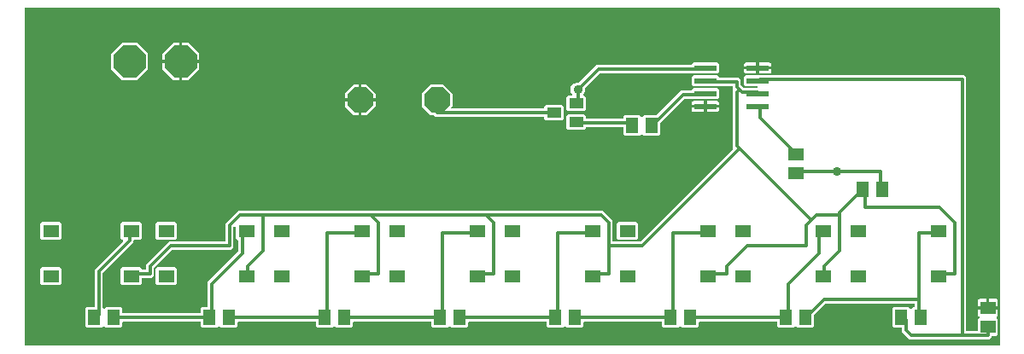
<source format=gtl>
G04 EAGLE Gerber RS-274X export*
G75*
%MOMM*%
%FSLAX34Y34*%
%LPD*%
%INTop Copper*%
%IPPOS*%
%AMOC8*
5,1,8,0,0,1.08239X$1,22.5*%
G01*
%ADD10P,3.409096X8X292.500000*%
%ADD11R,1.500000X1.300000*%
%ADD12R,1.300000X1.500000*%
%ADD13P,2.749271X8X202.500000*%
%ADD14R,1.400000X1.000000*%
%ADD15R,1.550000X1.300000*%
%ADD16R,2.200000X0.600000*%
%ADD17C,0.304800*%
%ADD18C,0.914400*%

G36*
X976398Y10164D02*
X976398Y10164D01*
X976417Y10162D01*
X976519Y10184D01*
X976621Y10200D01*
X976638Y10210D01*
X976658Y10214D01*
X976747Y10267D01*
X976838Y10316D01*
X976852Y10330D01*
X976869Y10340D01*
X976936Y10419D01*
X977008Y10494D01*
X977016Y10512D01*
X977029Y10527D01*
X977068Y10623D01*
X977111Y10717D01*
X977113Y10737D01*
X977121Y10755D01*
X977139Y10922D01*
X977139Y344578D01*
X977136Y344598D01*
X977138Y344617D01*
X977116Y344719D01*
X977100Y344821D01*
X977090Y344838D01*
X977086Y344858D01*
X977033Y344947D01*
X976984Y345038D01*
X976970Y345052D01*
X976960Y345069D01*
X976881Y345136D01*
X976806Y345208D01*
X976788Y345216D01*
X976773Y345229D01*
X976677Y345268D01*
X976583Y345311D01*
X976563Y345313D01*
X976545Y345321D01*
X976378Y345339D01*
X10922Y345339D01*
X10902Y345336D01*
X10883Y345338D01*
X10781Y345316D01*
X10679Y345300D01*
X10662Y345290D01*
X10642Y345286D01*
X10553Y345233D01*
X10462Y345184D01*
X10448Y345170D01*
X10431Y345160D01*
X10364Y345081D01*
X10292Y345006D01*
X10284Y344988D01*
X10271Y344973D01*
X10232Y344877D01*
X10189Y344783D01*
X10187Y344763D01*
X10179Y344745D01*
X10161Y344578D01*
X10161Y10922D01*
X10164Y10902D01*
X10162Y10883D01*
X10184Y10781D01*
X10200Y10679D01*
X10210Y10662D01*
X10214Y10642D01*
X10267Y10553D01*
X10316Y10462D01*
X10330Y10448D01*
X10340Y10431D01*
X10419Y10364D01*
X10494Y10292D01*
X10512Y10284D01*
X10527Y10271D01*
X10623Y10232D01*
X10717Y10189D01*
X10737Y10187D01*
X10755Y10179D01*
X10922Y10161D01*
X976378Y10161D01*
X976398Y10164D01*
G37*
%LPC*%
G36*
X887316Y16255D02*
X887316Y16255D01*
X879855Y23716D01*
X879855Y27298D01*
X879852Y27318D01*
X879854Y27337D01*
X879832Y27439D01*
X879816Y27541D01*
X879806Y27558D01*
X879802Y27578D01*
X879749Y27667D01*
X879700Y27758D01*
X879686Y27772D01*
X879676Y27789D01*
X879597Y27856D01*
X879522Y27928D01*
X879504Y27936D01*
X879489Y27949D01*
X879393Y27988D01*
X879299Y28031D01*
X879279Y28033D01*
X879261Y28041D01*
X879094Y28059D01*
X871948Y28059D01*
X870459Y29548D01*
X870459Y46652D01*
X871948Y48141D01*
X887052Y48141D01*
X888462Y46731D01*
X888478Y46720D01*
X888490Y46704D01*
X888578Y46648D01*
X888661Y46588D01*
X888680Y46582D01*
X888697Y46571D01*
X888798Y46546D01*
X888897Y46516D01*
X888916Y46516D01*
X888936Y46511D01*
X889039Y46519D01*
X889142Y46522D01*
X889161Y46529D01*
X889181Y46530D01*
X889276Y46571D01*
X889373Y46606D01*
X889389Y46619D01*
X889407Y46627D01*
X889538Y46731D01*
X890948Y48141D01*
X891794Y48141D01*
X891814Y48144D01*
X891833Y48142D01*
X891935Y48164D01*
X892037Y48180D01*
X892054Y48190D01*
X892074Y48194D01*
X892163Y48247D01*
X892254Y48296D01*
X892268Y48310D01*
X892285Y48320D01*
X892352Y48399D01*
X892424Y48474D01*
X892432Y48492D01*
X892445Y48507D01*
X892484Y48603D01*
X892527Y48697D01*
X892529Y48717D01*
X892537Y48735D01*
X892555Y48902D01*
X892555Y51054D01*
X892552Y51074D01*
X892554Y51093D01*
X892532Y51195D01*
X892516Y51297D01*
X892506Y51314D01*
X892502Y51334D01*
X892449Y51423D01*
X892400Y51514D01*
X892386Y51528D01*
X892376Y51545D01*
X892297Y51612D01*
X892222Y51684D01*
X892204Y51692D01*
X892189Y51705D01*
X892093Y51744D01*
X891999Y51787D01*
X891979Y51789D01*
X891961Y51797D01*
X891794Y51815D01*
X804639Y51815D01*
X804549Y51801D01*
X804458Y51793D01*
X804428Y51781D01*
X804396Y51776D01*
X804316Y51733D01*
X804232Y51697D01*
X804200Y51671D01*
X804179Y51660D01*
X804157Y51637D01*
X804101Y51592D01*
X793464Y40955D01*
X793411Y40881D01*
X793351Y40812D01*
X793339Y40782D01*
X793320Y40756D01*
X793293Y40669D01*
X793259Y40584D01*
X793255Y40543D01*
X793248Y40520D01*
X793249Y40488D01*
X793241Y40417D01*
X793241Y29548D01*
X791752Y28059D01*
X776648Y28059D01*
X775238Y29469D01*
X775222Y29480D01*
X775210Y29496D01*
X775122Y29552D01*
X775039Y29612D01*
X775020Y29618D01*
X775003Y29629D01*
X774902Y29654D01*
X774803Y29684D01*
X774784Y29684D01*
X774764Y29689D01*
X774661Y29681D01*
X774558Y29678D01*
X774539Y29671D01*
X774519Y29670D01*
X774424Y29629D01*
X774327Y29594D01*
X774311Y29581D01*
X774293Y29573D01*
X774162Y29469D01*
X772752Y28059D01*
X757648Y28059D01*
X756159Y29548D01*
X756159Y33274D01*
X756156Y33294D01*
X756158Y33313D01*
X756136Y33415D01*
X756120Y33517D01*
X756110Y33534D01*
X756106Y33554D01*
X756053Y33643D01*
X756004Y33734D01*
X755990Y33748D01*
X755980Y33765D01*
X755901Y33832D01*
X755826Y33904D01*
X755808Y33912D01*
X755793Y33925D01*
X755697Y33964D01*
X755603Y34007D01*
X755583Y34009D01*
X755565Y34017D01*
X755398Y34035D01*
X679702Y34035D01*
X679682Y34032D01*
X679663Y34034D01*
X679561Y34012D01*
X679459Y33996D01*
X679442Y33986D01*
X679422Y33982D01*
X679333Y33929D01*
X679242Y33880D01*
X679228Y33866D01*
X679211Y33856D01*
X679144Y33777D01*
X679072Y33702D01*
X679064Y33684D01*
X679051Y33669D01*
X679012Y33573D01*
X678969Y33479D01*
X678967Y33459D01*
X678959Y33441D01*
X678941Y33274D01*
X678941Y29548D01*
X677452Y28059D01*
X662348Y28059D01*
X660938Y29469D01*
X660922Y29480D01*
X660910Y29496D01*
X660822Y29552D01*
X660739Y29612D01*
X660720Y29618D01*
X660703Y29629D01*
X660602Y29654D01*
X660503Y29684D01*
X660484Y29684D01*
X660464Y29689D01*
X660361Y29681D01*
X660258Y29678D01*
X660239Y29671D01*
X660219Y29670D01*
X660124Y29629D01*
X660027Y29594D01*
X660011Y29581D01*
X659993Y29573D01*
X659862Y29469D01*
X658452Y28059D01*
X643348Y28059D01*
X641859Y29548D01*
X641859Y33274D01*
X641856Y33294D01*
X641858Y33313D01*
X641836Y33415D01*
X641820Y33517D01*
X641810Y33534D01*
X641806Y33554D01*
X641753Y33643D01*
X641704Y33734D01*
X641690Y33748D01*
X641680Y33765D01*
X641601Y33832D01*
X641526Y33904D01*
X641508Y33912D01*
X641493Y33925D01*
X641397Y33964D01*
X641303Y34007D01*
X641283Y34009D01*
X641265Y34017D01*
X641098Y34035D01*
X565402Y34035D01*
X565382Y34032D01*
X565363Y34034D01*
X565261Y34012D01*
X565159Y33996D01*
X565142Y33986D01*
X565122Y33982D01*
X565033Y33929D01*
X564942Y33880D01*
X564928Y33866D01*
X564911Y33856D01*
X564844Y33777D01*
X564772Y33702D01*
X564764Y33684D01*
X564751Y33669D01*
X564712Y33573D01*
X564669Y33479D01*
X564667Y33459D01*
X564659Y33441D01*
X564641Y33274D01*
X564641Y29548D01*
X563152Y28059D01*
X548048Y28059D01*
X546638Y29469D01*
X546622Y29480D01*
X546610Y29496D01*
X546522Y29552D01*
X546439Y29612D01*
X546420Y29618D01*
X546403Y29629D01*
X546302Y29654D01*
X546203Y29684D01*
X546184Y29684D01*
X546164Y29689D01*
X546061Y29681D01*
X545958Y29678D01*
X545939Y29671D01*
X545919Y29670D01*
X545824Y29629D01*
X545727Y29594D01*
X545711Y29581D01*
X545693Y29573D01*
X545562Y29469D01*
X544152Y28059D01*
X529048Y28059D01*
X527559Y29548D01*
X527559Y33274D01*
X527556Y33294D01*
X527558Y33313D01*
X527536Y33415D01*
X527520Y33517D01*
X527510Y33534D01*
X527506Y33554D01*
X527453Y33643D01*
X527404Y33734D01*
X527390Y33748D01*
X527380Y33765D01*
X527301Y33832D01*
X527226Y33904D01*
X527208Y33912D01*
X527193Y33925D01*
X527097Y33964D01*
X527003Y34007D01*
X526983Y34009D01*
X526965Y34017D01*
X526798Y34035D01*
X451102Y34035D01*
X451082Y34032D01*
X451063Y34034D01*
X450961Y34012D01*
X450859Y33996D01*
X450842Y33986D01*
X450822Y33982D01*
X450733Y33929D01*
X450642Y33880D01*
X450628Y33866D01*
X450611Y33856D01*
X450544Y33777D01*
X450472Y33702D01*
X450464Y33684D01*
X450451Y33669D01*
X450412Y33573D01*
X450369Y33479D01*
X450367Y33459D01*
X450359Y33441D01*
X450341Y33274D01*
X450341Y29548D01*
X448852Y28059D01*
X433748Y28059D01*
X432338Y29469D01*
X432322Y29480D01*
X432310Y29496D01*
X432222Y29552D01*
X432139Y29612D01*
X432120Y29618D01*
X432103Y29629D01*
X432002Y29654D01*
X431903Y29684D01*
X431884Y29684D01*
X431864Y29689D01*
X431761Y29681D01*
X431658Y29678D01*
X431639Y29671D01*
X431619Y29670D01*
X431524Y29629D01*
X431427Y29594D01*
X431411Y29581D01*
X431393Y29573D01*
X431262Y29469D01*
X429852Y28059D01*
X414748Y28059D01*
X413259Y29548D01*
X413259Y33274D01*
X413256Y33294D01*
X413258Y33313D01*
X413236Y33415D01*
X413220Y33517D01*
X413210Y33534D01*
X413206Y33554D01*
X413153Y33643D01*
X413104Y33734D01*
X413090Y33748D01*
X413080Y33765D01*
X413001Y33832D01*
X412926Y33904D01*
X412908Y33912D01*
X412893Y33925D01*
X412797Y33964D01*
X412703Y34007D01*
X412683Y34009D01*
X412665Y34017D01*
X412498Y34035D01*
X336802Y34035D01*
X336782Y34032D01*
X336763Y34034D01*
X336661Y34012D01*
X336559Y33996D01*
X336542Y33986D01*
X336522Y33982D01*
X336433Y33929D01*
X336342Y33880D01*
X336328Y33866D01*
X336311Y33856D01*
X336244Y33777D01*
X336172Y33702D01*
X336164Y33684D01*
X336151Y33669D01*
X336112Y33573D01*
X336069Y33479D01*
X336067Y33459D01*
X336059Y33441D01*
X336041Y33274D01*
X336041Y29548D01*
X334552Y28059D01*
X319448Y28059D01*
X318038Y29469D01*
X318022Y29480D01*
X318010Y29496D01*
X317922Y29552D01*
X317839Y29612D01*
X317820Y29618D01*
X317803Y29629D01*
X317702Y29654D01*
X317603Y29684D01*
X317584Y29684D01*
X317564Y29689D01*
X317461Y29681D01*
X317358Y29678D01*
X317339Y29671D01*
X317319Y29670D01*
X317224Y29629D01*
X317127Y29594D01*
X317111Y29581D01*
X317093Y29573D01*
X316962Y29469D01*
X315552Y28059D01*
X300448Y28059D01*
X298959Y29548D01*
X298959Y33274D01*
X298956Y33294D01*
X298958Y33313D01*
X298936Y33415D01*
X298920Y33517D01*
X298910Y33534D01*
X298906Y33554D01*
X298853Y33643D01*
X298804Y33734D01*
X298790Y33748D01*
X298780Y33765D01*
X298701Y33832D01*
X298626Y33904D01*
X298608Y33912D01*
X298593Y33925D01*
X298497Y33964D01*
X298403Y34007D01*
X298383Y34009D01*
X298365Y34017D01*
X298198Y34035D01*
X222502Y34035D01*
X222482Y34032D01*
X222463Y34034D01*
X222361Y34012D01*
X222259Y33996D01*
X222242Y33986D01*
X222222Y33982D01*
X222133Y33929D01*
X222042Y33880D01*
X222028Y33866D01*
X222011Y33856D01*
X221944Y33777D01*
X221872Y33702D01*
X221864Y33684D01*
X221851Y33669D01*
X221812Y33573D01*
X221769Y33479D01*
X221767Y33459D01*
X221759Y33441D01*
X221741Y33274D01*
X221741Y29548D01*
X220252Y28059D01*
X205148Y28059D01*
X203738Y29469D01*
X203722Y29480D01*
X203710Y29496D01*
X203622Y29552D01*
X203539Y29612D01*
X203520Y29618D01*
X203503Y29629D01*
X203402Y29654D01*
X203303Y29684D01*
X203284Y29684D01*
X203264Y29689D01*
X203161Y29681D01*
X203058Y29678D01*
X203039Y29671D01*
X203019Y29670D01*
X202924Y29629D01*
X202827Y29594D01*
X202811Y29581D01*
X202793Y29573D01*
X202662Y29469D01*
X201252Y28059D01*
X186148Y28059D01*
X184659Y29548D01*
X184659Y33274D01*
X184656Y33294D01*
X184658Y33313D01*
X184636Y33415D01*
X184620Y33517D01*
X184610Y33534D01*
X184606Y33554D01*
X184553Y33643D01*
X184504Y33734D01*
X184490Y33748D01*
X184480Y33765D01*
X184401Y33832D01*
X184326Y33904D01*
X184308Y33912D01*
X184293Y33925D01*
X184197Y33964D01*
X184103Y34007D01*
X184083Y34009D01*
X184065Y34017D01*
X183898Y34035D01*
X108202Y34035D01*
X108182Y34032D01*
X108163Y34034D01*
X108061Y34012D01*
X107959Y33996D01*
X107942Y33986D01*
X107922Y33982D01*
X107833Y33929D01*
X107742Y33880D01*
X107728Y33866D01*
X107711Y33856D01*
X107644Y33777D01*
X107572Y33702D01*
X107564Y33684D01*
X107551Y33669D01*
X107512Y33573D01*
X107469Y33479D01*
X107467Y33459D01*
X107459Y33441D01*
X107441Y33274D01*
X107441Y29548D01*
X105952Y28059D01*
X90848Y28059D01*
X89438Y29469D01*
X89422Y29480D01*
X89410Y29496D01*
X89322Y29552D01*
X89239Y29612D01*
X89220Y29618D01*
X89203Y29629D01*
X89102Y29654D01*
X89003Y29684D01*
X88984Y29684D01*
X88964Y29689D01*
X88861Y29681D01*
X88758Y29678D01*
X88739Y29671D01*
X88719Y29670D01*
X88624Y29629D01*
X88527Y29594D01*
X88511Y29581D01*
X88493Y29573D01*
X88362Y29469D01*
X86952Y28059D01*
X71848Y28059D01*
X70359Y29548D01*
X70359Y46652D01*
X71848Y48141D01*
X78994Y48141D01*
X79014Y48144D01*
X79033Y48142D01*
X79135Y48164D01*
X79237Y48180D01*
X79254Y48190D01*
X79274Y48194D01*
X79363Y48247D01*
X79454Y48296D01*
X79468Y48310D01*
X79485Y48320D01*
X79552Y48399D01*
X79624Y48474D01*
X79632Y48492D01*
X79645Y48507D01*
X79684Y48603D01*
X79727Y48697D01*
X79729Y48717D01*
X79737Y48735D01*
X79755Y48902D01*
X79755Y85504D01*
X108011Y113760D01*
X108053Y113818D01*
X108103Y113870D01*
X108125Y113917D01*
X108155Y113959D01*
X108176Y114028D01*
X108206Y114093D01*
X108212Y114145D01*
X108227Y114195D01*
X108225Y114266D01*
X108233Y114337D01*
X108222Y114388D01*
X108221Y114440D01*
X108196Y114508D01*
X108181Y114578D01*
X108154Y114623D01*
X108136Y114671D01*
X108092Y114727D01*
X108055Y114789D01*
X108015Y114823D01*
X107983Y114863D01*
X107922Y114902D01*
X107868Y114949D01*
X107820Y114968D01*
X107776Y114996D01*
X107706Y115014D01*
X107640Y115041D01*
X107568Y115049D01*
X107537Y115057D01*
X107514Y115055D01*
X107473Y115059D01*
X107148Y115059D01*
X105659Y116548D01*
X105659Y131652D01*
X107148Y133141D01*
X124752Y133141D01*
X126241Y131652D01*
X126241Y116548D01*
X124752Y115059D01*
X119126Y115059D01*
X119106Y115056D01*
X119087Y115058D01*
X118985Y115036D01*
X118883Y115020D01*
X118866Y115010D01*
X118846Y115006D01*
X118757Y114953D01*
X118666Y114904D01*
X118652Y114890D01*
X118635Y114880D01*
X118568Y114801D01*
X118496Y114726D01*
X118488Y114708D01*
X118475Y114693D01*
X118436Y114597D01*
X118393Y114503D01*
X118391Y114483D01*
X118383Y114465D01*
X118365Y114298D01*
X118365Y112616D01*
X88108Y82359D01*
X88055Y82285D01*
X87995Y82216D01*
X87983Y82186D01*
X87964Y82160D01*
X87937Y82073D01*
X87903Y81988D01*
X87899Y81947D01*
X87892Y81924D01*
X87893Y81892D01*
X87885Y81821D01*
X87885Y47524D01*
X87899Y47434D01*
X87907Y47343D01*
X87919Y47313D01*
X87924Y47281D01*
X87967Y47200D01*
X88003Y47116D01*
X88029Y47084D01*
X88040Y47064D01*
X88063Y47041D01*
X88108Y46985D01*
X88362Y46731D01*
X88378Y46720D01*
X88390Y46704D01*
X88477Y46648D01*
X88561Y46588D01*
X88580Y46582D01*
X88597Y46571D01*
X88698Y46546D01*
X88796Y46516D01*
X88816Y46516D01*
X88836Y46511D01*
X88939Y46519D01*
X89042Y46522D01*
X89061Y46529D01*
X89081Y46530D01*
X89176Y46571D01*
X89273Y46606D01*
X89289Y46619D01*
X89307Y46627D01*
X89438Y46731D01*
X90848Y48141D01*
X105952Y48141D01*
X107441Y46652D01*
X107441Y42926D01*
X107444Y42906D01*
X107442Y42887D01*
X107464Y42785D01*
X107480Y42683D01*
X107490Y42666D01*
X107494Y42646D01*
X107547Y42557D01*
X107596Y42466D01*
X107610Y42452D01*
X107620Y42435D01*
X107699Y42368D01*
X107774Y42296D01*
X107792Y42288D01*
X107807Y42275D01*
X107903Y42236D01*
X107997Y42193D01*
X108017Y42191D01*
X108035Y42183D01*
X108202Y42165D01*
X183898Y42165D01*
X183918Y42168D01*
X183937Y42166D01*
X184039Y42188D01*
X184141Y42204D01*
X184158Y42214D01*
X184178Y42218D01*
X184267Y42271D01*
X184358Y42320D01*
X184372Y42334D01*
X184389Y42344D01*
X184456Y42423D01*
X184528Y42498D01*
X184536Y42516D01*
X184549Y42531D01*
X184588Y42627D01*
X184631Y42721D01*
X184633Y42741D01*
X184641Y42759D01*
X184659Y42926D01*
X184659Y46652D01*
X186148Y48141D01*
X190754Y48141D01*
X190774Y48144D01*
X190793Y48142D01*
X190895Y48164D01*
X190997Y48180D01*
X191014Y48190D01*
X191034Y48194D01*
X191123Y48247D01*
X191214Y48296D01*
X191228Y48310D01*
X191245Y48320D01*
X191312Y48399D01*
X191384Y48474D01*
X191392Y48492D01*
X191405Y48507D01*
X191444Y48603D01*
X191487Y48697D01*
X191489Y48717D01*
X191497Y48735D01*
X191515Y48902D01*
X191515Y72804D01*
X221772Y103061D01*
X221825Y103135D01*
X221885Y103204D01*
X221897Y103234D01*
X221916Y103260D01*
X221943Y103347D01*
X221977Y103432D01*
X221981Y103473D01*
X221988Y103496D01*
X221987Y103528D01*
X221995Y103599D01*
X221995Y114298D01*
X221992Y114318D01*
X221994Y114337D01*
X221972Y114439D01*
X221956Y114541D01*
X221946Y114558D01*
X221942Y114578D01*
X221889Y114667D01*
X221840Y114758D01*
X221826Y114772D01*
X221816Y114789D01*
X221737Y114856D01*
X221662Y114928D01*
X221644Y114936D01*
X221629Y114949D01*
X221533Y114988D01*
X221508Y114999D01*
X219959Y116548D01*
X219959Y128553D01*
X219948Y128624D01*
X219946Y128696D01*
X219928Y128744D01*
X219920Y128796D01*
X219886Y128859D01*
X219861Y128927D01*
X219829Y128967D01*
X219804Y129013D01*
X219752Y129063D01*
X219708Y129119D01*
X219664Y129147D01*
X219626Y129183D01*
X219561Y129213D01*
X219501Y129252D01*
X219450Y129264D01*
X219403Y129286D01*
X219332Y129294D01*
X219262Y129312D01*
X219210Y129308D01*
X219159Y129313D01*
X219088Y129298D01*
X219017Y129292D01*
X218969Y129272D01*
X218918Y129261D01*
X218857Y129224D01*
X218791Y129196D01*
X218735Y129151D01*
X218707Y129135D01*
X218692Y129117D01*
X218660Y129091D01*
X217648Y128079D01*
X217595Y128005D01*
X217535Y127936D01*
X217523Y127906D01*
X217504Y127880D01*
X217477Y127792D01*
X217443Y127708D01*
X217439Y127667D01*
X217432Y127644D01*
X217433Y127612D01*
X217425Y127541D01*
X217425Y107536D01*
X215044Y105155D01*
X156939Y105155D01*
X156849Y105141D01*
X156758Y105133D01*
X156728Y105121D01*
X156696Y105116D01*
X156616Y105073D01*
X156532Y105037D01*
X156500Y105011D01*
X156479Y105000D01*
X156457Y104977D01*
X156401Y104932D01*
X138908Y87439D01*
X138855Y87365D01*
X138795Y87296D01*
X138783Y87266D01*
X138764Y87240D01*
X138737Y87153D01*
X138703Y87068D01*
X138699Y87027D01*
X138692Y87004D01*
X138693Y86972D01*
X138685Y86901D01*
X138685Y79596D01*
X136304Y77215D01*
X127002Y77215D01*
X126982Y77212D01*
X126963Y77214D01*
X126861Y77192D01*
X126759Y77176D01*
X126742Y77166D01*
X126722Y77162D01*
X126633Y77109D01*
X126542Y77060D01*
X126528Y77046D01*
X126511Y77036D01*
X126444Y76957D01*
X126372Y76882D01*
X126364Y76864D01*
X126351Y76849D01*
X126312Y76753D01*
X126269Y76659D01*
X126267Y76639D01*
X126259Y76621D01*
X126241Y76454D01*
X126241Y71548D01*
X124752Y70059D01*
X107148Y70059D01*
X105659Y71548D01*
X105659Y86652D01*
X107148Y88141D01*
X124752Y88141D01*
X126241Y86652D01*
X126241Y86106D01*
X126244Y86086D01*
X126242Y86067D01*
X126264Y85965D01*
X126280Y85863D01*
X126290Y85846D01*
X126294Y85826D01*
X126347Y85737D01*
X126396Y85646D01*
X126410Y85632D01*
X126420Y85615D01*
X126499Y85548D01*
X126574Y85476D01*
X126592Y85468D01*
X126607Y85455D01*
X126703Y85416D01*
X126797Y85373D01*
X126817Y85371D01*
X126835Y85363D01*
X127002Y85345D01*
X129794Y85345D01*
X129814Y85348D01*
X129833Y85346D01*
X129935Y85368D01*
X130037Y85384D01*
X130054Y85394D01*
X130074Y85398D01*
X130163Y85451D01*
X130254Y85500D01*
X130268Y85514D01*
X130285Y85524D01*
X130352Y85603D01*
X130424Y85678D01*
X130432Y85696D01*
X130445Y85711D01*
X130484Y85807D01*
X130527Y85901D01*
X130529Y85921D01*
X130537Y85939D01*
X130555Y86106D01*
X130555Y90584D01*
X153256Y113285D01*
X208534Y113285D01*
X208554Y113288D01*
X208573Y113286D01*
X208675Y113308D01*
X208777Y113324D01*
X208794Y113334D01*
X208814Y113338D01*
X208903Y113391D01*
X208994Y113440D01*
X209008Y113454D01*
X209025Y113464D01*
X209092Y113543D01*
X209164Y113618D01*
X209172Y113636D01*
X209185Y113651D01*
X209224Y113747D01*
X209267Y113841D01*
X209269Y113861D01*
X209277Y113879D01*
X209295Y114046D01*
X209295Y131224D01*
X221836Y143765D01*
X583344Y143765D01*
X593345Y133764D01*
X593345Y114046D01*
X593348Y114026D01*
X593346Y114007D01*
X593368Y113905D01*
X593384Y113803D01*
X593394Y113786D01*
X593398Y113766D01*
X593451Y113677D01*
X593500Y113586D01*
X593514Y113572D01*
X593524Y113555D01*
X593603Y113488D01*
X593678Y113416D01*
X593696Y113408D01*
X593711Y113395D01*
X593807Y113356D01*
X593901Y113313D01*
X593921Y113311D01*
X593939Y113303D01*
X594106Y113285D01*
X620301Y113285D01*
X620391Y113299D01*
X620482Y113307D01*
X620512Y113319D01*
X620544Y113324D01*
X620624Y113367D01*
X620708Y113403D01*
X620740Y113429D01*
X620761Y113440D01*
X620783Y113463D01*
X620839Y113508D01*
X712533Y205202D01*
X712545Y205218D01*
X712561Y205230D01*
X712617Y205318D01*
X712677Y205401D01*
X712683Y205420D01*
X712694Y205437D01*
X712719Y205538D01*
X712749Y205637D01*
X712749Y205656D01*
X712754Y205676D01*
X712746Y205779D01*
X712743Y205882D01*
X712736Y205901D01*
X712734Y205921D01*
X712694Y206016D01*
X712658Y206113D01*
X712646Y206129D01*
X712638Y206147D01*
X712533Y206278D01*
X712215Y206596D01*
X712215Y263304D01*
X712533Y263622D01*
X712545Y263638D01*
X712561Y263650D01*
X712616Y263737D01*
X712677Y263821D01*
X712683Y263840D01*
X712694Y263857D01*
X712719Y263958D01*
X712749Y264056D01*
X712749Y264076D01*
X712754Y264096D01*
X712746Y264199D01*
X712743Y264302D01*
X712736Y264321D01*
X712734Y264341D01*
X712694Y264436D01*
X712658Y264533D01*
X712646Y264549D01*
X712638Y264567D01*
X712533Y264698D01*
X712215Y265016D01*
X712215Y266954D01*
X712212Y266974D01*
X712214Y266993D01*
X712192Y267095D01*
X712176Y267197D01*
X712166Y267214D01*
X712162Y267234D01*
X712109Y267323D01*
X712060Y267414D01*
X712046Y267428D01*
X712036Y267445D01*
X711957Y267512D01*
X711882Y267584D01*
X711864Y267592D01*
X711849Y267605D01*
X711753Y267644D01*
X711659Y267687D01*
X711639Y267689D01*
X711621Y267697D01*
X711454Y267715D01*
X697774Y267715D01*
X697684Y267701D01*
X697593Y267693D01*
X697563Y267681D01*
X697531Y267676D01*
X697450Y267633D01*
X697366Y267597D01*
X697334Y267571D01*
X697314Y267560D01*
X697291Y267537D01*
X697257Y267509D01*
X686447Y267509D01*
X686364Y267496D01*
X686280Y267491D01*
X686231Y267474D01*
X686204Y267470D01*
X686178Y267456D01*
X686121Y267436D01*
X686014Y267386D01*
X685793Y267465D01*
X685747Y267473D01*
X685703Y267491D01*
X685572Y267505D01*
X685551Y267509D01*
X685545Y267508D01*
X685536Y267509D01*
X673148Y267509D01*
X671659Y268998D01*
X671659Y277102D01*
X673148Y278591D01*
X684209Y278591D01*
X684221Y278593D01*
X684238Y278591D01*
X697252Y278591D01*
X698741Y277102D01*
X698741Y276606D01*
X698744Y276586D01*
X698742Y276567D01*
X698764Y276465D01*
X698780Y276363D01*
X698790Y276346D01*
X698794Y276326D01*
X698847Y276237D01*
X698896Y276146D01*
X698910Y276132D01*
X698920Y276115D01*
X698999Y276048D01*
X699074Y275976D01*
X699092Y275968D01*
X699107Y275955D01*
X699203Y275916D01*
X699297Y275873D01*
X699317Y275871D01*
X699335Y275863D01*
X699502Y275845D01*
X717964Y275845D01*
X720345Y273464D01*
X720345Y268699D01*
X720359Y268609D01*
X720367Y268518D01*
X720379Y268488D01*
X720384Y268456D01*
X720427Y268376D01*
X720463Y268292D01*
X720489Y268260D01*
X720500Y268239D01*
X720523Y268217D01*
X720568Y268161D01*
X722821Y265908D01*
X722895Y265855D01*
X722964Y265795D01*
X722994Y265783D01*
X723020Y265764D01*
X723107Y265737D01*
X723192Y265703D01*
X723233Y265699D01*
X723256Y265692D01*
X723288Y265693D01*
X723359Y265685D01*
X724626Y265685D01*
X724716Y265699D01*
X724807Y265707D01*
X724837Y265719D01*
X724869Y265724D01*
X724950Y265767D01*
X725034Y265803D01*
X725066Y265829D01*
X725086Y265840D01*
X725109Y265863D01*
X725143Y265891D01*
X735953Y265891D01*
X736036Y265904D01*
X736120Y265909D01*
X736169Y265926D01*
X736196Y265930D01*
X736222Y265944D01*
X736279Y265964D01*
X736482Y266060D01*
X736547Y266105D01*
X736617Y266142D01*
X736648Y266174D01*
X736684Y266199D01*
X736732Y266263D01*
X736786Y266320D01*
X736805Y266360D01*
X736832Y266396D01*
X736857Y266471D01*
X736890Y266543D01*
X736895Y266587D01*
X736909Y266630D01*
X736908Y266709D01*
X736917Y266787D01*
X736907Y266831D01*
X736907Y266876D01*
X736881Y266951D01*
X736865Y267028D01*
X736842Y267066D01*
X736827Y267108D01*
X736779Y267171D01*
X736739Y267239D01*
X736705Y267268D01*
X736677Y267303D01*
X736612Y267347D01*
X736552Y267399D01*
X736510Y267416D01*
X736473Y267440D01*
X736397Y267461D01*
X736323Y267491D01*
X736264Y267497D01*
X736236Y267505D01*
X736208Y267504D01*
X736157Y267509D01*
X725148Y267509D01*
X723659Y268998D01*
X723659Y277102D01*
X725148Y278591D01*
X738015Y278591D01*
X738028Y278593D01*
X738041Y278591D01*
X738150Y278613D01*
X738258Y278630D01*
X738270Y278637D01*
X738283Y278639D01*
X738300Y278648D01*
X738496Y278607D01*
X738513Y278606D01*
X738651Y278591D01*
X749259Y278591D01*
X749309Y278555D01*
X749379Y278495D01*
X749409Y278483D01*
X749435Y278464D01*
X749522Y278437D01*
X749607Y278403D01*
X749648Y278399D01*
X749670Y278392D01*
X749702Y278393D01*
X749774Y278385D01*
X941484Y278385D01*
X943865Y276004D01*
X943865Y25146D01*
X943868Y25126D01*
X943866Y25107D01*
X943888Y25005D01*
X943904Y24903D01*
X943914Y24886D01*
X943918Y24866D01*
X943971Y24777D01*
X944020Y24686D01*
X944034Y24672D01*
X944044Y24655D01*
X944123Y24588D01*
X944198Y24516D01*
X944216Y24508D01*
X944231Y24495D01*
X944327Y24456D01*
X944421Y24413D01*
X944441Y24411D01*
X944459Y24403D01*
X944626Y24385D01*
X954398Y24385D01*
X954418Y24388D01*
X954437Y24386D01*
X954539Y24408D01*
X954641Y24424D01*
X954658Y24434D01*
X954678Y24438D01*
X954767Y24491D01*
X954858Y24540D01*
X954872Y24554D01*
X954889Y24564D01*
X954956Y24643D01*
X955028Y24718D01*
X955036Y24736D01*
X955049Y24751D01*
X955088Y24847D01*
X955131Y24941D01*
X955133Y24961D01*
X955141Y24979D01*
X955159Y25146D01*
X955159Y36152D01*
X956664Y37658D01*
X956733Y37753D01*
X956804Y37850D01*
X956806Y37854D01*
X956808Y37857D01*
X956843Y37970D01*
X956879Y38084D01*
X956879Y38088D01*
X956880Y38092D01*
X956877Y38211D01*
X956875Y38330D01*
X956874Y38334D01*
X956874Y38338D01*
X956833Y38450D01*
X956794Y38562D01*
X956791Y38565D01*
X956790Y38569D01*
X956715Y38663D01*
X956642Y38756D01*
X956638Y38759D01*
X956636Y38761D01*
X956624Y38769D01*
X956507Y38855D01*
X956140Y39067D01*
X955667Y39540D01*
X955332Y40119D01*
X955159Y40766D01*
X955159Y46077D01*
X964438Y46077D01*
X964458Y46080D01*
X964477Y46078D01*
X964579Y46100D01*
X964681Y46117D01*
X964698Y46126D01*
X964718Y46130D01*
X964807Y46183D01*
X964898Y46232D01*
X964912Y46246D01*
X964929Y46256D01*
X964996Y46335D01*
X965067Y46410D01*
X965076Y46428D01*
X965089Y46443D01*
X965128Y46539D01*
X965171Y46633D01*
X965173Y46653D01*
X965181Y46671D01*
X965199Y46838D01*
X965199Y47601D01*
X965201Y47601D01*
X965201Y46838D01*
X965204Y46818D01*
X965202Y46799D01*
X965224Y46697D01*
X965241Y46595D01*
X965250Y46578D01*
X965254Y46558D01*
X965307Y46469D01*
X965356Y46378D01*
X965370Y46364D01*
X965380Y46347D01*
X965459Y46280D01*
X965534Y46209D01*
X965552Y46200D01*
X965567Y46187D01*
X965663Y46148D01*
X965757Y46105D01*
X965777Y46103D01*
X965795Y46095D01*
X965962Y46077D01*
X975241Y46077D01*
X975241Y40766D01*
X975068Y40119D01*
X974733Y39540D01*
X974260Y39067D01*
X973893Y38855D01*
X973800Y38779D01*
X973708Y38706D01*
X973706Y38702D01*
X973703Y38699D01*
X973639Y38597D01*
X973575Y38499D01*
X973574Y38495D01*
X973572Y38491D01*
X973544Y38375D01*
X973515Y38260D01*
X973516Y38256D01*
X973515Y38252D01*
X973525Y38133D01*
X973534Y38015D01*
X973536Y38011D01*
X973536Y38007D01*
X973584Y37897D01*
X973631Y37789D01*
X973634Y37785D01*
X973635Y37782D01*
X973645Y37771D01*
X973736Y37658D01*
X975241Y36152D01*
X975241Y21048D01*
X973752Y19559D01*
X970026Y19559D01*
X970006Y19556D01*
X969987Y19558D01*
X969885Y19536D01*
X969783Y19520D01*
X969766Y19510D01*
X969746Y19506D01*
X969657Y19453D01*
X969566Y19404D01*
X969552Y19390D01*
X969535Y19380D01*
X969468Y19301D01*
X969396Y19226D01*
X969388Y19208D01*
X969375Y19193D01*
X969336Y19097D01*
X969293Y19003D01*
X969291Y18983D01*
X969283Y18965D01*
X969265Y18798D01*
X969265Y18636D01*
X966884Y16255D01*
X887316Y16255D01*
G37*
%LPD*%
%LPC*%
G36*
X605248Y218559D02*
X605248Y218559D01*
X603759Y220048D01*
X603759Y226314D01*
X603756Y226334D01*
X603758Y226353D01*
X603736Y226455D01*
X603720Y226557D01*
X603710Y226574D01*
X603706Y226594D01*
X603653Y226683D01*
X603604Y226774D01*
X603590Y226788D01*
X603580Y226805D01*
X603501Y226872D01*
X603426Y226944D01*
X603408Y226952D01*
X603393Y226965D01*
X603297Y227004D01*
X603203Y227047D01*
X603183Y227049D01*
X603165Y227057D01*
X602998Y227075D01*
X567402Y227075D01*
X567382Y227072D01*
X567363Y227074D01*
X567261Y227052D01*
X567159Y227036D01*
X567142Y227026D01*
X567122Y227022D01*
X567033Y226969D01*
X566942Y226920D01*
X566928Y226906D01*
X566911Y226896D01*
X566844Y226817D01*
X566772Y226742D01*
X566764Y226724D01*
X566751Y226709D01*
X566712Y226613D01*
X566669Y226519D01*
X566667Y226499D01*
X566659Y226481D01*
X566641Y226314D01*
X566641Y225748D01*
X565152Y224259D01*
X549048Y224259D01*
X547559Y225748D01*
X547559Y237852D01*
X549048Y239341D01*
X565152Y239341D01*
X566641Y237852D01*
X566641Y235966D01*
X566644Y235946D01*
X566642Y235927D01*
X566664Y235825D01*
X566680Y235723D01*
X566690Y235706D01*
X566694Y235686D01*
X566747Y235597D01*
X566796Y235506D01*
X566810Y235492D01*
X566820Y235475D01*
X566899Y235408D01*
X566974Y235336D01*
X566992Y235328D01*
X567007Y235315D01*
X567103Y235276D01*
X567197Y235233D01*
X567217Y235231D01*
X567235Y235223D01*
X567402Y235205D01*
X602998Y235205D01*
X603018Y235208D01*
X603037Y235206D01*
X603139Y235228D01*
X603241Y235244D01*
X603258Y235254D01*
X603278Y235258D01*
X603367Y235311D01*
X603458Y235360D01*
X603472Y235374D01*
X603489Y235384D01*
X603556Y235463D01*
X603628Y235538D01*
X603636Y235556D01*
X603649Y235571D01*
X603688Y235667D01*
X603731Y235761D01*
X603733Y235781D01*
X603741Y235799D01*
X603759Y235966D01*
X603759Y237152D01*
X605248Y238641D01*
X620352Y238641D01*
X621762Y237231D01*
X621778Y237220D01*
X621790Y237204D01*
X621854Y237163D01*
X621900Y237124D01*
X621926Y237113D01*
X621961Y237088D01*
X621980Y237082D01*
X621997Y237071D01*
X622086Y237049D01*
X622129Y237032D01*
X622153Y237029D01*
X622197Y237016D01*
X622216Y237016D01*
X622236Y237011D01*
X622282Y237015D01*
X622295Y237013D01*
X622305Y237013D01*
X622342Y237019D01*
X622442Y237022D01*
X622461Y237029D01*
X622481Y237030D01*
X622526Y237049D01*
X622548Y237053D01*
X622592Y237077D01*
X622673Y237106D01*
X622689Y237119D01*
X622707Y237127D01*
X622748Y237159D01*
X622765Y237168D01*
X622783Y237187D01*
X622838Y237231D01*
X624248Y238641D01*
X636437Y238641D01*
X636527Y238655D01*
X636618Y238663D01*
X636648Y238675D01*
X636680Y238680D01*
X636760Y238723D01*
X636844Y238759D01*
X636876Y238785D01*
X636897Y238796D01*
X636919Y238819D01*
X636975Y238864D01*
X658652Y260541D01*
X661256Y263145D01*
X670898Y263145D01*
X670918Y263148D01*
X670937Y263146D01*
X671039Y263168D01*
X671141Y263184D01*
X671158Y263194D01*
X671178Y263198D01*
X671267Y263251D01*
X671358Y263300D01*
X671372Y263314D01*
X671389Y263324D01*
X671456Y263403D01*
X671528Y263478D01*
X671536Y263496D01*
X671549Y263511D01*
X671588Y263607D01*
X671631Y263701D01*
X671633Y263721D01*
X671641Y263739D01*
X671659Y263906D01*
X671659Y264402D01*
X673148Y265891D01*
X685805Y265891D01*
X685919Y265909D01*
X686033Y265926D01*
X686034Y265926D01*
X686077Y265909D01*
X686136Y265903D01*
X686164Y265895D01*
X686192Y265896D01*
X686243Y265891D01*
X697252Y265891D01*
X698741Y264402D01*
X698741Y256298D01*
X697252Y254809D01*
X684384Y254809D01*
X684372Y254807D01*
X684358Y254809D01*
X684250Y254787D01*
X684142Y254770D01*
X684130Y254763D01*
X684117Y254761D01*
X684100Y254752D01*
X683904Y254793D01*
X683887Y254794D01*
X683749Y254809D01*
X673141Y254809D01*
X673091Y254845D01*
X673021Y254905D01*
X672991Y254917D01*
X672965Y254936D01*
X672878Y254963D01*
X672793Y254997D01*
X672752Y255001D01*
X672730Y255008D01*
X672698Y255007D01*
X672626Y255015D01*
X664939Y255015D01*
X664849Y255001D01*
X664758Y254993D01*
X664728Y254981D01*
X664696Y254976D01*
X664616Y254933D01*
X664532Y254897D01*
X664500Y254871D01*
X664479Y254860D01*
X664457Y254837D01*
X664401Y254792D01*
X641064Y231455D01*
X641021Y231396D01*
X640979Y231351D01*
X640971Y231336D01*
X640951Y231312D01*
X640939Y231282D01*
X640920Y231256D01*
X640893Y231169D01*
X640891Y231162D01*
X640875Y231128D01*
X640874Y231121D01*
X640859Y231084D01*
X640855Y231043D01*
X640848Y231021D01*
X640849Y230988D01*
X640841Y230917D01*
X640841Y220048D01*
X639352Y218559D01*
X624248Y218559D01*
X622838Y219969D01*
X622822Y219980D01*
X622810Y219996D01*
X622722Y220052D01*
X622639Y220112D01*
X622620Y220118D01*
X622603Y220129D01*
X622502Y220154D01*
X622403Y220184D01*
X622384Y220184D01*
X622364Y220189D01*
X622261Y220181D01*
X622158Y220178D01*
X622139Y220171D01*
X622119Y220170D01*
X622024Y220129D01*
X621927Y220094D01*
X621911Y220081D01*
X621893Y220073D01*
X621762Y219969D01*
X620352Y218559D01*
X605248Y218559D01*
G37*
%LPD*%
%LPC*%
G36*
X527048Y233759D02*
X527048Y233759D01*
X525559Y235248D01*
X525559Y236474D01*
X525556Y236494D01*
X525558Y236513D01*
X525536Y236615D01*
X525520Y236717D01*
X525510Y236734D01*
X525506Y236754D01*
X525453Y236843D01*
X525404Y236934D01*
X525390Y236948D01*
X525380Y236965D01*
X525301Y237032D01*
X525226Y237104D01*
X525208Y237112D01*
X525193Y237125D01*
X525097Y237164D01*
X525003Y237207D01*
X524983Y237209D01*
X524965Y237217D01*
X524798Y237235D01*
X417416Y237235D01*
X416115Y238536D01*
X416041Y238589D01*
X415972Y238649D01*
X415942Y238661D01*
X415916Y238680D01*
X415829Y238707D01*
X415744Y238741D01*
X415703Y238745D01*
X415681Y238752D01*
X415648Y238751D01*
X415577Y238759D01*
X412787Y238759D01*
X403859Y247687D01*
X403859Y260313D01*
X412787Y269241D01*
X425413Y269241D01*
X434341Y260313D01*
X434341Y247687D01*
X433318Y246664D01*
X433276Y246606D01*
X433227Y246554D01*
X433205Y246507D01*
X433174Y246465D01*
X433153Y246396D01*
X433123Y246331D01*
X433117Y246279D01*
X433102Y246229D01*
X433104Y246158D01*
X433096Y246087D01*
X433107Y246036D01*
X433108Y245984D01*
X433133Y245916D01*
X433148Y245846D01*
X433175Y245801D01*
X433193Y245753D01*
X433238Y245697D01*
X433274Y245635D01*
X433314Y245601D01*
X433347Y245561D01*
X433407Y245522D01*
X433461Y245475D01*
X433510Y245456D01*
X433553Y245428D01*
X433623Y245410D01*
X433689Y245383D01*
X433761Y245375D01*
X433792Y245367D01*
X433815Y245369D01*
X433856Y245365D01*
X524798Y245365D01*
X524818Y245368D01*
X524837Y245366D01*
X524939Y245388D01*
X525041Y245404D01*
X525058Y245414D01*
X525078Y245418D01*
X525167Y245471D01*
X525258Y245520D01*
X525272Y245534D01*
X525289Y245544D01*
X525356Y245623D01*
X525428Y245698D01*
X525436Y245716D01*
X525449Y245731D01*
X525488Y245827D01*
X525531Y245921D01*
X525533Y245941D01*
X525541Y245959D01*
X525559Y246126D01*
X525559Y247352D01*
X527048Y248841D01*
X543152Y248841D01*
X544641Y247352D01*
X544641Y235248D01*
X543152Y233759D01*
X527048Y233759D01*
G37*
%LPD*%
%LPC*%
G36*
X549048Y243259D02*
X549048Y243259D01*
X547559Y244748D01*
X547559Y256852D01*
X549048Y258341D01*
X552723Y258341D01*
X552793Y258352D01*
X552865Y258354D01*
X552914Y258372D01*
X552965Y258380D01*
X553029Y258414D01*
X553096Y258439D01*
X553137Y258471D01*
X553183Y258496D01*
X553232Y258547D01*
X553288Y258592D01*
X553316Y258636D01*
X553352Y258674D01*
X553382Y258739D01*
X553421Y258799D01*
X553434Y258850D01*
X553456Y258897D01*
X553464Y258968D01*
X553481Y259038D01*
X553477Y259090D01*
X553483Y259141D01*
X553468Y259212D01*
X553462Y259283D01*
X553442Y259331D01*
X553431Y259382D01*
X553394Y259443D01*
X553366Y259509D01*
X553321Y259565D01*
X553304Y259593D01*
X553287Y259608D01*
X553261Y259640D01*
X552770Y260131D01*
X551687Y262745D01*
X551687Y265575D01*
X552770Y268189D01*
X554771Y270190D01*
X557385Y271273D01*
X559849Y271273D01*
X559939Y271287D01*
X560030Y271295D01*
X560060Y271307D01*
X560092Y271312D01*
X560172Y271355D01*
X560256Y271391D01*
X560288Y271417D01*
X560309Y271428D01*
X560331Y271451D01*
X560387Y271496D01*
X577436Y288545D01*
X670898Y288545D01*
X670918Y288548D01*
X670937Y288546D01*
X671039Y288568D01*
X671141Y288584D01*
X671158Y288594D01*
X671178Y288598D01*
X671267Y288651D01*
X671358Y288700D01*
X671372Y288714D01*
X671389Y288724D01*
X671456Y288803D01*
X671528Y288878D01*
X671536Y288896D01*
X671549Y288911D01*
X671588Y289007D01*
X671631Y289101D01*
X671633Y289121D01*
X671641Y289139D01*
X671659Y289306D01*
X671659Y289802D01*
X673148Y291291D01*
X697252Y291291D01*
X698741Y289802D01*
X698741Y281698D01*
X697252Y280209D01*
X684384Y280209D01*
X684372Y280207D01*
X684358Y280209D01*
X684250Y280187D01*
X684142Y280170D01*
X684130Y280163D01*
X684117Y280161D01*
X684100Y280152D01*
X683904Y280193D01*
X683887Y280194D01*
X683749Y280209D01*
X673141Y280209D01*
X673091Y280245D01*
X673021Y280305D01*
X672991Y280317D01*
X672965Y280336D01*
X672878Y280363D01*
X672793Y280397D01*
X672752Y280401D01*
X672730Y280408D01*
X672698Y280407D01*
X672626Y280415D01*
X581119Y280415D01*
X581029Y280401D01*
X580938Y280393D01*
X580908Y280381D01*
X580876Y280376D01*
X580796Y280333D01*
X580712Y280297D01*
X580680Y280271D01*
X580659Y280260D01*
X580649Y280250D01*
X580648Y280250D01*
X580634Y280235D01*
X580581Y280192D01*
X566136Y265747D01*
X566083Y265673D01*
X566023Y265604D01*
X566011Y265574D01*
X565992Y265548D01*
X565965Y265461D01*
X565931Y265376D01*
X565927Y265335D01*
X565920Y265312D01*
X565921Y265280D01*
X565913Y265209D01*
X565913Y262745D01*
X564830Y260131D01*
X564339Y259640D01*
X564297Y259582D01*
X564248Y259530D01*
X564226Y259483D01*
X564196Y259441D01*
X564175Y259372D01*
X564144Y259307D01*
X564139Y259255D01*
X564123Y259205D01*
X564125Y259134D01*
X564117Y259063D01*
X564128Y259012D01*
X564130Y258960D01*
X564154Y258892D01*
X564169Y258822D01*
X564196Y258777D01*
X564214Y258729D01*
X564259Y258673D01*
X564296Y258611D01*
X564335Y258577D01*
X564368Y258537D01*
X564428Y258498D01*
X564483Y258451D01*
X564531Y258432D01*
X564575Y258404D01*
X564644Y258386D01*
X564711Y258359D01*
X564782Y258351D01*
X564813Y258343D01*
X564837Y258345D01*
X564877Y258341D01*
X565152Y258341D01*
X566641Y256852D01*
X566641Y244748D01*
X565152Y243259D01*
X549048Y243259D01*
G37*
%LPD*%
%LPC*%
G36*
X106725Y273811D02*
X106725Y273811D01*
X96011Y284525D01*
X96011Y299675D01*
X106725Y310389D01*
X121875Y310389D01*
X132589Y299675D01*
X132589Y284525D01*
X121875Y273811D01*
X106725Y273811D01*
G37*
%LPD*%
%LPC*%
G36*
X27648Y115059D02*
X27648Y115059D01*
X26159Y116548D01*
X26159Y131652D01*
X27648Y133141D01*
X45252Y133141D01*
X46741Y131652D01*
X46741Y116548D01*
X45252Y115059D01*
X27648Y115059D01*
G37*
%LPD*%
%LPC*%
G36*
X27648Y70059D02*
X27648Y70059D01*
X26159Y71548D01*
X26159Y86652D01*
X27648Y88141D01*
X45252Y88141D01*
X46741Y86652D01*
X46741Y71548D01*
X45252Y70059D01*
X27648Y70059D01*
G37*
%LPD*%
%LPC*%
G36*
X599148Y115059D02*
X599148Y115059D01*
X597659Y116548D01*
X597659Y131652D01*
X599148Y133141D01*
X616752Y133141D01*
X618241Y131652D01*
X618241Y116548D01*
X616752Y115059D01*
X599148Y115059D01*
G37*
%LPD*%
%LPC*%
G36*
X141948Y70059D02*
X141948Y70059D01*
X140459Y71548D01*
X140459Y86652D01*
X141948Y88141D01*
X159552Y88141D01*
X161041Y86652D01*
X161041Y71548D01*
X159552Y70059D01*
X141948Y70059D01*
G37*
%LPD*%
%LPC*%
G36*
X141948Y115059D02*
X141948Y115059D01*
X140459Y116548D01*
X140459Y131652D01*
X141948Y133141D01*
X159552Y133141D01*
X161041Y131652D01*
X161041Y116548D01*
X159552Y115059D01*
X141948Y115059D01*
G37*
%LPD*%
%LPC*%
G36*
X166623Y293623D02*
X166623Y293623D01*
X166623Y310389D01*
X172675Y310389D01*
X183389Y299675D01*
X183389Y293623D01*
X166623Y293623D01*
G37*
%LPD*%
%LPC*%
G36*
X146811Y293623D02*
X146811Y293623D01*
X146811Y299675D01*
X157525Y310389D01*
X163577Y310389D01*
X163577Y293623D01*
X146811Y293623D01*
G37*
%LPD*%
%LPC*%
G36*
X166623Y273811D02*
X166623Y273811D01*
X166623Y290577D01*
X183389Y290577D01*
X183389Y284525D01*
X172675Y273811D01*
X166623Y273811D01*
G37*
%LPD*%
%LPC*%
G36*
X157525Y273811D02*
X157525Y273811D01*
X146811Y284525D01*
X146811Y290577D01*
X163577Y290577D01*
X163577Y273811D01*
X157525Y273811D01*
G37*
%LPD*%
%LPC*%
G36*
X344423Y255523D02*
X344423Y255523D01*
X344423Y269241D01*
X349213Y269241D01*
X358141Y260313D01*
X358141Y255523D01*
X344423Y255523D01*
G37*
%LPD*%
%LPC*%
G36*
X327659Y255523D02*
X327659Y255523D01*
X327659Y260313D01*
X336587Y269241D01*
X341377Y269241D01*
X341377Y255523D01*
X327659Y255523D01*
G37*
%LPD*%
%LPC*%
G36*
X344423Y238759D02*
X344423Y238759D01*
X344423Y252477D01*
X358141Y252477D01*
X358141Y247687D01*
X349213Y238759D01*
X344423Y238759D01*
G37*
%LPD*%
%LPC*%
G36*
X336587Y238759D02*
X336587Y238759D01*
X327659Y247687D01*
X327659Y252477D01*
X341377Y252477D01*
X341377Y238759D01*
X336587Y238759D01*
G37*
%LPD*%
%LPC*%
G36*
X966723Y49123D02*
X966723Y49123D01*
X966723Y56641D01*
X973034Y56641D01*
X973681Y56468D01*
X974260Y56133D01*
X974733Y55660D01*
X975068Y55081D01*
X975241Y54434D01*
X975241Y49123D01*
X966723Y49123D01*
G37*
%LPD*%
%LPC*%
G36*
X955159Y49123D02*
X955159Y49123D01*
X955159Y54434D01*
X955332Y55081D01*
X955667Y55660D01*
X956140Y56133D01*
X956719Y56468D01*
X957366Y56641D01*
X963677Y56641D01*
X963677Y49123D01*
X955159Y49123D01*
G37*
%LPD*%
%LPC*%
G36*
X686699Y249149D02*
X686699Y249149D01*
X686699Y253191D01*
X696534Y253191D01*
X697181Y253018D01*
X697760Y252683D01*
X698233Y252210D01*
X698568Y251631D01*
X698741Y250984D01*
X698741Y249149D01*
X686699Y249149D01*
G37*
%LPD*%
%LPC*%
G36*
X738699Y287249D02*
X738699Y287249D01*
X738699Y291291D01*
X748534Y291291D01*
X749181Y291118D01*
X749760Y290783D01*
X750233Y290310D01*
X750568Y289731D01*
X750741Y289084D01*
X750741Y287249D01*
X738699Y287249D01*
G37*
%LPD*%
%LPC*%
G36*
X671659Y249149D02*
X671659Y249149D01*
X671659Y250984D01*
X671832Y251631D01*
X672167Y252210D01*
X672640Y252683D01*
X673219Y253018D01*
X673866Y253191D01*
X683701Y253191D01*
X683701Y249149D01*
X671659Y249149D01*
G37*
%LPD*%
%LPC*%
G36*
X723659Y287249D02*
X723659Y287249D01*
X723659Y289084D01*
X723832Y289731D01*
X724167Y290310D01*
X724640Y290783D01*
X725219Y291118D01*
X725866Y291291D01*
X735701Y291291D01*
X735701Y287249D01*
X723659Y287249D01*
G37*
%LPD*%
%LPC*%
G36*
X686699Y246151D02*
X686699Y246151D01*
X698741Y246151D01*
X698741Y244316D01*
X698568Y243669D01*
X698233Y243090D01*
X697760Y242617D01*
X697181Y242282D01*
X696534Y242109D01*
X686699Y242109D01*
X686699Y246151D01*
G37*
%LPD*%
%LPC*%
G36*
X738699Y284251D02*
X738699Y284251D01*
X750741Y284251D01*
X750741Y282416D01*
X750568Y281769D01*
X750233Y281190D01*
X749760Y280717D01*
X749181Y280382D01*
X748534Y280209D01*
X738699Y280209D01*
X738699Y284251D01*
G37*
%LPD*%
%LPC*%
G36*
X725866Y280209D02*
X725866Y280209D01*
X725219Y280382D01*
X724640Y280717D01*
X724167Y281190D01*
X723832Y281769D01*
X723659Y282416D01*
X723659Y284251D01*
X735701Y284251D01*
X735701Y280209D01*
X725866Y280209D01*
G37*
%LPD*%
%LPC*%
G36*
X673866Y242109D02*
X673866Y242109D01*
X673219Y242282D01*
X672640Y242617D01*
X672167Y243090D01*
X671832Y243669D01*
X671659Y244316D01*
X671659Y246151D01*
X683701Y246151D01*
X683701Y242109D01*
X673866Y242109D01*
G37*
%LPD*%
%LPC*%
G36*
X165099Y292099D02*
X165099Y292099D01*
X165099Y292101D01*
X165101Y292101D01*
X165101Y292099D01*
X165099Y292099D01*
G37*
%LPD*%
%LPC*%
G36*
X342899Y253999D02*
X342899Y253999D01*
X342899Y254001D01*
X342901Y254001D01*
X342901Y253999D01*
X342899Y253999D01*
G37*
%LPD*%
D10*
X114300Y292100D03*
X165100Y292100D03*
D11*
X774700Y200000D03*
X774700Y181000D03*
D12*
X841400Y165100D03*
X860400Y165100D03*
D13*
X419100Y254000D03*
X342900Y254000D03*
D14*
X535100Y241300D03*
X557100Y250800D03*
X557100Y231800D03*
D12*
X612800Y228600D03*
X631800Y228600D03*
D11*
X965200Y28600D03*
X965200Y47600D03*
D12*
X79400Y38100D03*
X98400Y38100D03*
X193700Y38100D03*
X212700Y38100D03*
X308000Y38100D03*
X327000Y38100D03*
X422300Y38100D03*
X441300Y38100D03*
X536600Y38100D03*
X555600Y38100D03*
X650900Y38100D03*
X669900Y38100D03*
X765200Y38100D03*
X784200Y38100D03*
X879500Y38100D03*
X898500Y38100D03*
D15*
X36450Y79100D03*
X115950Y79100D03*
X36450Y124100D03*
X115950Y124100D03*
X150750Y79100D03*
X230250Y79100D03*
X150750Y124100D03*
X230250Y124100D03*
X265050Y79100D03*
X344550Y79100D03*
X265050Y124100D03*
X344550Y124100D03*
X379350Y79100D03*
X458850Y79100D03*
X379350Y124100D03*
X458850Y124100D03*
X493650Y79100D03*
X573150Y79100D03*
X493650Y124100D03*
X573150Y124100D03*
X607950Y79100D03*
X687450Y79100D03*
X607950Y124100D03*
X687450Y124100D03*
X722250Y79100D03*
X801750Y79100D03*
X722250Y124100D03*
X801750Y124100D03*
X836550Y79100D03*
X916050Y79100D03*
X836550Y124100D03*
X916050Y124100D03*
D16*
X685200Y273050D03*
X737200Y273050D03*
X685200Y285750D03*
X685200Y260350D03*
X685200Y247650D03*
X737200Y285750D03*
X737200Y260350D03*
X737200Y247650D03*
D17*
X881380Y38100D02*
X883920Y35560D01*
X883920Y25400D01*
X889000Y20320D01*
X939800Y20320D02*
X965200Y20320D01*
X939800Y20320D02*
X889000Y20320D01*
X965200Y20320D02*
X965200Y28600D01*
X881380Y38100D02*
X879500Y38100D01*
X939800Y274320D02*
X739140Y274320D01*
X939800Y274320D02*
X939800Y20320D01*
X739140Y274320D02*
X737200Y273050D01*
X739140Y236220D02*
X774700Y200660D01*
X739140Y236220D02*
X739140Y246380D01*
X774700Y200660D02*
X774700Y200000D01*
X739140Y246380D02*
X737200Y247650D01*
X535100Y241300D02*
X419100Y241300D01*
X419100Y254000D01*
X632460Y228600D02*
X662940Y259080D01*
X683260Y259080D01*
X632460Y228600D02*
X631800Y228600D01*
X683260Y259080D02*
X685200Y260350D01*
X612140Y231140D02*
X558800Y231140D01*
X612140Y231140D02*
X612140Y228600D01*
X558800Y231140D02*
X557100Y231800D01*
X612140Y228600D02*
X612800Y228600D01*
X815340Y182880D02*
X858520Y182880D01*
X815340Y182880D02*
X774700Y182880D01*
X858520Y182880D02*
X858520Y165100D01*
X774700Y181000D02*
X774700Y182880D01*
X858520Y165100D02*
X860400Y165100D01*
X558800Y251460D02*
X558800Y264160D01*
X558800Y251460D02*
X557100Y250800D01*
X558800Y264160D02*
X579120Y284480D01*
X683260Y284480D01*
X685200Y285750D01*
D18*
X558800Y264160D03*
X815340Y182880D03*
D17*
X716280Y271780D02*
X685800Y271780D01*
X716280Y271780D02*
X716280Y266700D01*
X718820Y264160D02*
X721360Y261620D01*
X718820Y264160D02*
X716280Y266700D01*
X721360Y261620D02*
X736600Y261620D01*
X685800Y271780D02*
X685200Y273050D01*
X736600Y261620D02*
X737200Y260350D01*
X840740Y165100D02*
X817880Y142240D01*
X817880Y139700D02*
X817880Y104140D01*
X817880Y139700D02*
X817880Y142240D01*
X817880Y104140D02*
X802640Y88900D01*
X802640Y81280D01*
X840740Y165100D02*
X841400Y165100D01*
X802640Y81280D02*
X801750Y79100D01*
X706120Y81280D02*
X688340Y81280D01*
X706120Y81280D02*
X706120Y88900D01*
X726440Y109220D01*
X784860Y109220D01*
X784860Y129540D01*
X789940Y134620D02*
X795020Y139700D01*
X789940Y134620D02*
X784860Y129540D01*
X795020Y139700D02*
X817880Y139700D01*
X688340Y81280D02*
X687450Y79100D01*
X916940Y81280D02*
X932180Y81280D01*
X932180Y132080D01*
X916940Y147320D01*
X843280Y147320D01*
X843280Y165100D01*
X916940Y81280D02*
X916050Y79100D01*
X843280Y165100D02*
X841400Y165100D01*
X718820Y264160D02*
X716280Y261620D01*
X716280Y208280D01*
X718820Y205740D02*
X789940Y134620D01*
X718820Y205740D02*
X716280Y208280D01*
X134620Y81280D02*
X116840Y81280D01*
X134620Y81280D02*
X134620Y88900D01*
X154940Y109220D01*
X213360Y109220D01*
X213360Y129540D01*
X223520Y139700D01*
X246380Y139700D01*
X246380Y104140D01*
X231140Y88900D01*
X231140Y81280D01*
X116840Y81280D02*
X115950Y79100D01*
X230250Y79100D02*
X231140Y81280D01*
X345440Y81280D02*
X360680Y81280D01*
X360680Y132080D01*
X353060Y139700D01*
X246380Y139700D01*
X345440Y81280D02*
X344550Y79100D01*
X459740Y81280D02*
X474980Y81280D01*
X474980Y132080D01*
X467360Y139700D01*
X353060Y139700D01*
X459740Y81280D02*
X458850Y79100D01*
X574040Y81280D02*
X589280Y81280D01*
X589280Y109220D02*
X589280Y132080D01*
X589280Y109220D02*
X589280Y81280D01*
X589280Y132080D02*
X581660Y139700D01*
X467360Y139700D01*
X574040Y81280D02*
X573150Y79100D01*
X622300Y109220D02*
X718820Y205740D01*
X622300Y109220D02*
X589280Y109220D01*
X784860Y38100D02*
X802640Y55880D01*
X896620Y55880D01*
X896620Y38100D01*
X784860Y38100D02*
X784200Y38100D01*
X896620Y38100D02*
X898500Y38100D01*
X896620Y121920D02*
X914400Y121920D01*
X896620Y121920D02*
X896620Y55880D01*
X914400Y121920D02*
X916050Y124100D01*
X765200Y38100D02*
X669900Y38100D01*
X797560Y119380D02*
X800100Y121920D01*
X797560Y119380D02*
X797560Y101600D01*
X767080Y71120D01*
X767080Y38100D01*
X800100Y121920D02*
X801750Y124100D01*
X767080Y38100D02*
X765200Y38100D01*
X650900Y38100D02*
X555600Y38100D01*
X652780Y121920D02*
X685800Y121920D01*
X652780Y121920D02*
X652780Y38100D01*
X685800Y121920D02*
X687450Y124100D01*
X652780Y38100D02*
X650900Y38100D01*
X536600Y38100D02*
X441300Y38100D01*
X538480Y121920D02*
X571500Y121920D01*
X538480Y121920D02*
X538480Y38100D01*
X571500Y121920D02*
X573150Y124100D01*
X538480Y38100D02*
X536600Y38100D01*
X422300Y38100D02*
X327000Y38100D01*
X424180Y121920D02*
X457200Y121920D01*
X424180Y121920D02*
X424180Y38100D01*
X457200Y121920D02*
X458850Y124100D01*
X424180Y38100D02*
X422300Y38100D01*
X308000Y38100D02*
X212700Y38100D01*
X309880Y121920D02*
X342900Y121920D01*
X309880Y121920D02*
X309880Y38100D01*
X342900Y121920D02*
X344550Y124100D01*
X309880Y38100D02*
X308000Y38100D01*
X193700Y38100D02*
X98400Y38100D01*
X226060Y119380D02*
X228600Y121920D01*
X226060Y119380D02*
X226060Y101600D01*
X195580Y71120D01*
X195580Y38100D01*
X228600Y121920D02*
X230250Y124100D01*
X195580Y38100D02*
X193700Y38100D01*
X83820Y40640D02*
X81280Y38100D01*
X83820Y40640D02*
X83820Y83820D01*
X114300Y114300D01*
X114300Y121920D01*
X81280Y38100D02*
X79400Y38100D01*
X114300Y121920D02*
X115950Y124100D01*
M02*

</source>
